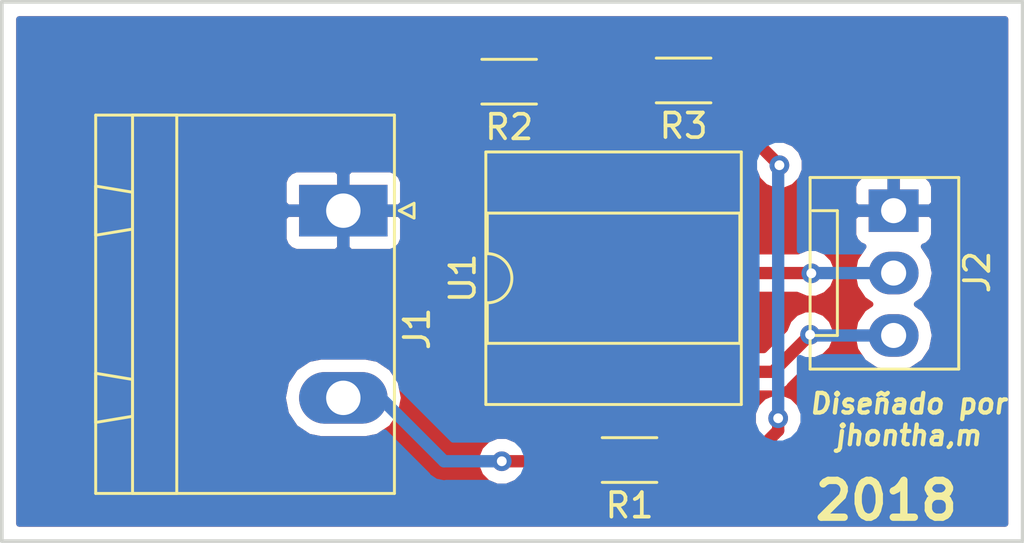
<source format=kicad_pcb>
(kicad_pcb (version 20171130) (host pcbnew "(5.0.0)")

  (general
    (thickness 1.6)
    (drawings 6)
    (tracks 39)
    (zones 0)
    (modules 6)
    (nets 10)
  )

  (page A4)
  (title_block
    (title "Amplificador de corriente")
    (date 2018-10-04)
    (rev 1.0)
    (company jhontham)
  )

  (layers
    (0 F.Cu signal)
    (31 B.Cu signal)
    (32 B.Adhes user)
    (33 F.Adhes user)
    (34 B.Paste user)
    (35 F.Paste user)
    (36 B.SilkS user)
    (37 F.SilkS user)
    (38 B.Mask user)
    (39 F.Mask user)
    (40 Dwgs.User user)
    (41 Cmts.User user)
    (42 Eco1.User user)
    (43 Eco2.User user)
    (44 Edge.Cuts user)
    (45 Margin user)
    (46 B.CrtYd user)
    (47 F.CrtYd user)
    (48 B.Fab user)
    (49 F.Fab user)
  )

  (setup
    (last_trace_width 0.25)
    (user_trace_width 0.3)
    (user_trace_width 0.4)
    (user_trace_width 0.5)
    (trace_clearance 0.2)
    (zone_clearance 0.508)
    (zone_45_only no)
    (trace_min 0.2)
    (segment_width 0.2)
    (edge_width 0.15)
    (via_size 0.8)
    (via_drill 0.4)
    (via_min_size 0.4)
    (via_min_drill 0.3)
    (uvia_size 0.3)
    (uvia_drill 0.1)
    (uvias_allowed no)
    (uvia_min_size 0.2)
    (uvia_min_drill 0.1)
    (pcb_text_width 0.3)
    (pcb_text_size 1.5 1.5)
    (mod_edge_width 0.15)
    (mod_text_size 1 1)
    (mod_text_width 0.15)
    (pad_size 1.524 1.524)
    (pad_drill 0.762)
    (pad_to_mask_clearance 0.2)
    (aux_axis_origin 0 0)
    (visible_elements 7FFFFFFF)
    (pcbplotparams
      (layerselection 0x010fc_ffffffff)
      (usegerberextensions true)
      (usegerberattributes true)
      (usegerberadvancedattributes false)
      (creategerberjobfile false)
      (excludeedgelayer true)
      (linewidth 0.100000)
      (plotframeref false)
      (viasonmask false)
      (mode 1)
      (useauxorigin false)
      (hpglpennumber 1)
      (hpglpenspeed 20)
      (hpglpendiameter 15.000000)
      (psnegative false)
      (psa4output false)
      (plotreference false)
      (plotvalue false)
      (plotinvisibletext true)
      (padsonsilk true)
      (subtractmaskfromsilk true)
      (outputformat 1)
      (mirror false)
      (drillshape 0)
      (scaleselection 1)
      (outputdirectory "gerber"))
  )

  (net 0 "")
  (net 1 GND)
  (net 2 "Net-(J1-Pad2)")
  (net 3 +12V)
  (net 4 -12V)
  (net 5 "Net-(R1-Pad1)")
  (net 6 "Net-(R2-Pad2)")
  (net 7 "Net-(U1-Pad1)")
  (net 8 "Net-(U1-Pad5)")
  (net 9 "Net-(U1-Pad8)")

  (net_class Default "Esta es la clase de red por defecto."
    (clearance 0.2)
    (trace_width 0.25)
    (via_dia 0.8)
    (via_drill 0.4)
    (uvia_dia 0.3)
    (uvia_drill 0.1)
    (add_net +12V)
    (add_net -12V)
    (add_net GND)
    (add_net "Net-(J1-Pad2)")
    (add_net "Net-(R1-Pad1)")
    (add_net "Net-(R2-Pad2)")
    (add_net "Net-(U1-Pad1)")
    (add_net "Net-(U1-Pad5)")
    (add_net "Net-(U1-Pad8)")
  )

  (module Connector_Phoenix_GMSTB:PhoenixContact_GMSTBA_2,5_2-G-7,62_1x02_P7.62mm_Horizontal (layer F.Cu) (tedit 5A00FA1F) (tstamp 5BC298E8)
    (at 116.9 92.15 270)
    (descr "Generic Phoenix Contact connector footprint for: GMSTBA_2,5/2-G-7,62; number of pins: 02; pin pitch: 7.62mm; Angled || order number: 1766233 12A 630V")
    (tags "phoenix_contact connector GMSTBA_01x02_G_7.62mm")
    (path /5BB64B0D)
    (fp_text reference J1 (at 4.81 -3 270) (layer F.SilkS)
      (effects (font (size 1 1) (thickness 0.15)))
    )
    (fp_text value Conn_01x02_Female (at 3.81 11 270) (layer F.Fab)
      (effects (font (size 1 1) (thickness 0.15)))
    )
    (fp_line (start -3.89 -2.08) (end -3.89 10.08) (layer F.SilkS) (width 0.12))
    (fp_line (start -3.89 10.08) (end 11.51 10.08) (layer F.SilkS) (width 0.12))
    (fp_line (start 11.51 10.08) (end 11.51 -2.08) (layer F.SilkS) (width 0.12))
    (fp_line (start 11.51 -2.08) (end -3.89 -2.08) (layer F.SilkS) (width 0.12))
    (fp_line (start -3.81 -2) (end -3.81 10) (layer F.Fab) (width 0.1))
    (fp_line (start -3.81 10) (end 11.43 10) (layer F.Fab) (width 0.1))
    (fp_line (start 11.43 10) (end 11.43 -2) (layer F.Fab) (width 0.1))
    (fp_line (start 11.43 -2) (end -3.81 -2) (layer F.Fab) (width 0.1))
    (fp_line (start -3.89 8.58) (end -3.89 6.78) (layer F.SilkS) (width 0.12))
    (fp_line (start -3.89 6.78) (end 11.51 6.78) (layer F.SilkS) (width 0.12))
    (fp_line (start 11.51 6.78) (end 11.51 8.58) (layer F.SilkS) (width 0.12))
    (fp_line (start 11.51 8.58) (end -3.89 8.58) (layer F.SilkS) (width 0.12))
    (fp_line (start -1 10.08) (end 1 10.08) (layer F.SilkS) (width 0.12))
    (fp_line (start 1 10.08) (end 0.75 8.58) (layer F.SilkS) (width 0.12))
    (fp_line (start 0.75 8.58) (end -0.75 8.58) (layer F.SilkS) (width 0.12))
    (fp_line (start -0.75 8.58) (end -1 10.08) (layer F.SilkS) (width 0.12))
    (fp_line (start 6.62 10.08) (end 8.62 10.08) (layer F.SilkS) (width 0.12))
    (fp_line (start 8.62 10.08) (end 8.37 8.58) (layer F.SilkS) (width 0.12))
    (fp_line (start 8.37 8.58) (end 6.87 8.58) (layer F.SilkS) (width 0.12))
    (fp_line (start 6.87 8.58) (end 6.62 10.08) (layer F.SilkS) (width 0.12))
    (fp_line (start -4.31 -2.5) (end -4.31 10.5) (layer F.CrtYd) (width 0.05))
    (fp_line (start -4.31 10.5) (end 11.93 10.5) (layer F.CrtYd) (width 0.05))
    (fp_line (start 11.93 10.5) (end 11.93 -2.5) (layer F.CrtYd) (width 0.05))
    (fp_line (start 11.93 -2.5) (end -4.31 -2.5) (layer F.CrtYd) (width 0.05))
    (fp_line (start 0.3 -2.88) (end 0 -2.28) (layer F.SilkS) (width 0.12))
    (fp_line (start 0 -2.28) (end -0.3 -2.88) (layer F.SilkS) (width 0.12))
    (fp_line (start -0.3 -2.88) (end 0.3 -2.88) (layer F.SilkS) (width 0.12))
    (fp_line (start 0.95 -2) (end 0 -0.5) (layer F.Fab) (width 0.1))
    (fp_line (start 0 -0.5) (end -0.95 -2) (layer F.Fab) (width 0.1))
    (fp_text user %R (at 4.81 3 270) (layer F.Fab)
      (effects (font (size 1 1) (thickness 0.15)))
    )
    (pad 1 thru_hole rect (at 0 0 270) (size 2.1 3.6) (drill 1.4) (layers *.Cu *.Mask)
      (net 1 GND))
    (pad 2 thru_hole oval (at 7.62 0 270) (size 2.1 3.6) (drill 1.4) (layers *.Cu *.Mask)
      (net 2 "Net-(J1-Pad2)"))
    (model ${KISYS3DMOD}/Connector_Phoenix_GMSTB.3dshapes/PhoenixContact_GMSTBA_2,5_2-G-7,62_1x02_P7.62mm_Horizontal.wrl
      (at (xyz 0 0 0))
      (scale (xyz 1 1 1))
      (rotate (xyz 0 0 0))
    )
  )

  (module Connector:FanPinHeader_1x03_P2.54mm_Vertical (layer F.Cu) (tedit 5A19DCDF) (tstamp 5BC29902)
    (at 139.3 92.15 270)
    (descr "3-pin CPU fan Through hole pin header, see http://www.formfactors.org/developer%5Cspecs%5Crev1_2_public.pdf")
    (tags "pin header 3-pin CPU fan")
    (path /5BB6549D)
    (fp_text reference J2 (at 2.5 -3.4 270) (layer F.SilkS)
      (effects (font (size 1 1) (thickness 0.15)))
    )
    (fp_text value Conn_01x03_Female (at 2.55 4.5 270) (layer F.Fab)
      (effects (font (size 1 1) (thickness 0.15)))
    )
    (fp_text user %R (at 2.45 1.734999 270) (layer F.Fab)
      (effects (font (size 1 1) (thickness 0.15)))
    )
    (fp_line (start -1.35 3.4) (end -1.35 -2.65) (layer F.SilkS) (width 0.12))
    (fp_line (start -1.35 -2.65) (end 6.45 -2.65) (layer F.SilkS) (width 0.12))
    (fp_line (start 6.45 -2.65) (end 6.45 3.4) (layer F.SilkS) (width 0.12))
    (fp_line (start 6.45 3.4) (end -1.35 3.4) (layer F.SilkS) (width 0.12))
    (fp_line (start 5.05 3.3) (end 5.05 2.3) (layer F.Fab) (width 0.1))
    (fp_line (start 5.05 2.3) (end 0 2.3) (layer F.Fab) (width 0.1))
    (fp_line (start 0 2.3) (end 0 3.3) (layer F.Fab) (width 0.1))
    (fp_line (start -1.25 3.3) (end -1.25 -2.55) (layer F.Fab) (width 0.1))
    (fp_line (start -1.25 -2.55) (end 6.35 -2.55) (layer F.Fab) (width 0.1))
    (fp_line (start 6.35 -2.55) (end 6.35 3.3) (layer F.Fab) (width 0.1))
    (fp_line (start 6.35 3.3) (end -1.25 3.3) (layer F.Fab) (width 0.1))
    (fp_line (start 0 3.3) (end 0 2.29) (layer F.SilkS) (width 0.12))
    (fp_line (start 0 2.29) (end 5.08 2.29) (layer F.SilkS) (width 0.12))
    (fp_line (start 5.08 2.29) (end 5.08 3.3) (layer F.SilkS) (width 0.12))
    (fp_line (start -1.75 3.8) (end -1.75 -3.05) (layer F.CrtYd) (width 0.05))
    (fp_line (start -1.75 3.8) (end 6.85 3.8) (layer F.CrtYd) (width 0.05))
    (fp_line (start 6.85 -3.05) (end -1.75 -3.05) (layer F.CrtYd) (width 0.05))
    (fp_line (start 6.85 -3.05) (end 6.85 3.8) (layer F.CrtYd) (width 0.05))
    (pad 1 thru_hole rect (at 0 0) (size 2.03 1.73) (drill 1.02) (layers *.Cu *.Mask)
      (net 1 GND))
    (pad 2 thru_hole oval (at 2.54 0) (size 2.03 1.73) (drill 1.02) (layers *.Cu *.Mask)
      (net 3 +12V))
    (pad 3 thru_hole oval (at 5.08 0) (size 2.03 1.73) (drill 1.02) (layers *.Cu *.Mask)
      (net 4 -12V))
    (model ${KISYS3DMOD}/Connector.3dshapes/FanPinHeader_1x03_P2.54mm_Vertical.wrl
      (at (xyz 0 0 0))
      (scale (xyz 1 1 1))
      (rotate (xyz 0 0 0))
    )
  )

  (module Resistor_SMD:R_1806_4516Metric (layer F.Cu) (tedit 5B301BBD) (tstamp 5BC29913)
    (at 128.55 102.3 180)
    (descr "Resistor SMD 1806 (4516 Metric), square (rectangular) end terminal, IPC_7351 nominal, (Body size source: https://www.modelithics.com/models/Vendor/MuRata/BLM41P.pdf), generated with kicad-footprint-generator")
    (tags resistor)
    (path /5BB64B5D)
    (attr smd)
    (fp_text reference R1 (at 0 -1.85 180) (layer F.SilkS)
      (effects (font (size 1 1) (thickness 0.15)))
    )
    (fp_text value 2k (at 0 1.85 180) (layer F.Fab)
      (effects (font (size 1 1) (thickness 0.15)))
    )
    (fp_line (start -2.25 0.8) (end -2.25 -0.8) (layer F.Fab) (width 0.1))
    (fp_line (start -2.25 -0.8) (end 2.25 -0.8) (layer F.Fab) (width 0.1))
    (fp_line (start 2.25 -0.8) (end 2.25 0.8) (layer F.Fab) (width 0.1))
    (fp_line (start 2.25 0.8) (end -2.25 0.8) (layer F.Fab) (width 0.1))
    (fp_line (start -1.111252 -0.91) (end 1.111252 -0.91) (layer F.SilkS) (width 0.12))
    (fp_line (start -1.111252 0.91) (end 1.111252 0.91) (layer F.SilkS) (width 0.12))
    (fp_line (start -2.95 1.15) (end -2.95 -1.15) (layer F.CrtYd) (width 0.05))
    (fp_line (start -2.95 -1.15) (end 2.95 -1.15) (layer F.CrtYd) (width 0.05))
    (fp_line (start 2.95 -1.15) (end 2.95 1.15) (layer F.CrtYd) (width 0.05))
    (fp_line (start 2.95 1.15) (end -2.95 1.15) (layer F.CrtYd) (width 0.05))
    (fp_text user %R (at 0 0 180) (layer F.Fab)
      (effects (font (size 1 1) (thickness 0.15)))
    )
    (pad 1 smd roundrect (at -2 0 180) (size 1.4 1.8) (layers F.Cu F.Paste F.Mask) (roundrect_rratio 0.178571)
      (net 5 "Net-(R1-Pad1)"))
    (pad 2 smd roundrect (at 2 0 180) (size 1.4 1.8) (layers F.Cu F.Paste F.Mask) (roundrect_rratio 0.178571)
      (net 2 "Net-(J1-Pad2)"))
    (model ${KISYS3DMOD}/Resistor_SMD.3dshapes/R_1806_4516Metric.wrl
      (at (xyz 0 0 0))
      (scale (xyz 1 1 1))
      (rotate (xyz 0 0 0))
    )
  )

  (module Resistor_SMD:R_1806_4516Metric (layer F.Cu) (tedit 5B301BBD) (tstamp 5BC29924)
    (at 123.65 86.9 180)
    (descr "Resistor SMD 1806 (4516 Metric), square (rectangular) end terminal, IPC_7351 nominal, (Body size source: https://www.modelithics.com/models/Vendor/MuRata/BLM41P.pdf), generated with kicad-footprint-generator")
    (tags resistor)
    (path /5BB64D8E)
    (attr smd)
    (fp_text reference R2 (at 0 -1.85 180) (layer F.SilkS)
      (effects (font (size 1 1) (thickness 0.15)))
    )
    (fp_text value 100 (at 0 1.85 180) (layer F.Fab)
      (effects (font (size 1 1) (thickness 0.15)))
    )
    (fp_text user %R (at 0 0 180) (layer F.Fab)
      (effects (font (size 1 1) (thickness 0.15)))
    )
    (fp_line (start 2.95 1.15) (end -2.95 1.15) (layer F.CrtYd) (width 0.05))
    (fp_line (start 2.95 -1.15) (end 2.95 1.15) (layer F.CrtYd) (width 0.05))
    (fp_line (start -2.95 -1.15) (end 2.95 -1.15) (layer F.CrtYd) (width 0.05))
    (fp_line (start -2.95 1.15) (end -2.95 -1.15) (layer F.CrtYd) (width 0.05))
    (fp_line (start -1.111252 0.91) (end 1.111252 0.91) (layer F.SilkS) (width 0.12))
    (fp_line (start -1.111252 -0.91) (end 1.111252 -0.91) (layer F.SilkS) (width 0.12))
    (fp_line (start 2.25 0.8) (end -2.25 0.8) (layer F.Fab) (width 0.1))
    (fp_line (start 2.25 -0.8) (end 2.25 0.8) (layer F.Fab) (width 0.1))
    (fp_line (start -2.25 -0.8) (end 2.25 -0.8) (layer F.Fab) (width 0.1))
    (fp_line (start -2.25 0.8) (end -2.25 -0.8) (layer F.Fab) (width 0.1))
    (pad 2 smd roundrect (at 2 0 180) (size 1.4 1.8) (layers F.Cu F.Paste F.Mask) (roundrect_rratio 0.178571)
      (net 6 "Net-(R2-Pad2)"))
    (pad 1 smd roundrect (at -2 0 180) (size 1.4 1.8) (layers F.Cu F.Paste F.Mask) (roundrect_rratio 0.178571)
      (net 5 "Net-(R1-Pad1)"))
    (model ${KISYS3DMOD}/Resistor_SMD.3dshapes/R_1806_4516Metric.wrl
      (at (xyz 0 0 0))
      (scale (xyz 1 1 1))
      (rotate (xyz 0 0 0))
    )
  )

  (module Resistor_SMD:R_1806_4516Metric (layer F.Cu) (tedit 5B301BBD) (tstamp 5BC29935)
    (at 130.75 86.85 180)
    (descr "Resistor SMD 1806 (4516 Metric), square (rectangular) end terminal, IPC_7351 nominal, (Body size source: https://www.modelithics.com/models/Vendor/MuRata/BLM41P.pdf), generated with kicad-footprint-generator")
    (tags resistor)
    (path /5BB64E25)
    (attr smd)
    (fp_text reference R3 (at 0 -1.85 180) (layer F.SilkS)
      (effects (font (size 1 1) (thickness 0.15)))
    )
    (fp_text value 1k (at 0.25 0.25 180) (layer F.Fab)
      (effects (font (size 1 1) (thickness 0.15)))
    )
    (fp_line (start -2.25 0.8) (end -2.25 -0.8) (layer F.Fab) (width 0.1))
    (fp_line (start -2.25 -0.8) (end 2.25 -0.8) (layer F.Fab) (width 0.1))
    (fp_line (start 2.25 -0.8) (end 2.25 0.8) (layer F.Fab) (width 0.1))
    (fp_line (start 2.25 0.8) (end -2.25 0.8) (layer F.Fab) (width 0.1))
    (fp_line (start -1.111252 -0.91) (end 1.111252 -0.91) (layer F.SilkS) (width 0.12))
    (fp_line (start -1.111252 0.91) (end 1.111252 0.91) (layer F.SilkS) (width 0.12))
    (fp_line (start -2.95 1.15) (end -2.95 -1.15) (layer F.CrtYd) (width 0.05))
    (fp_line (start -2.95 -1.15) (end 2.95 -1.15) (layer F.CrtYd) (width 0.05))
    (fp_line (start 2.95 -1.15) (end 2.95 1.15) (layer F.CrtYd) (width 0.05))
    (fp_line (start 2.95 1.15) (end -2.95 1.15) (layer F.CrtYd) (width 0.05))
    (fp_text user %R (at -0.35 -0.1 180) (layer F.Fab)
      (effects (font (size 1 1) (thickness 0.15)))
    )
    (pad 1 smd roundrect (at -2 0 180) (size 1.4 1.8) (layers F.Cu F.Paste F.Mask) (roundrect_rratio 0.178571)
      (net 1 GND))
    (pad 2 smd roundrect (at 2 0 180) (size 1.4 1.8) (layers F.Cu F.Paste F.Mask) (roundrect_rratio 0.178571)
      (net 5 "Net-(R1-Pad1)"))
    (model ${KISYS3DMOD}/Resistor_SMD.3dshapes/R_1806_4516Metric.wrl
      (at (xyz 0 0 0))
      (scale (xyz 1 1 1))
      (rotate (xyz 0 0 0))
    )
  )

  (module Package_DIP:DIP-8_W7.62mm_SMDSocket_SmallPads (layer F.Cu) (tedit 5A02E8C5) (tstamp 5BC29959)
    (at 127.9 94.9 90)
    (descr "8-lead though-hole mounted DIP package, row spacing 7.62 mm (300 mils), SMDSocket, SmallPads")
    (tags "THT DIP DIL PDIP 2.54mm 7.62mm 300mil SMDSocket SmallPads")
    (path /5BB649EF)
    (attr smd)
    (fp_text reference U1 (at 0 -6.14 90) (layer F.SilkS)
      (effects (font (size 1 1) (thickness 0.15)))
    )
    (fp_text value LM741 (at 0 6.14 90) (layer F.Fab)
      (effects (font (size 1 1) (thickness 0.15)))
    )
    (fp_arc (start 0 -5.14) (end -1 -5.14) (angle -180) (layer F.SilkS) (width 0.12))
    (fp_line (start -2.175 -5.08) (end 3.175 -5.08) (layer F.Fab) (width 0.1))
    (fp_line (start 3.175 -5.08) (end 3.175 5.08) (layer F.Fab) (width 0.1))
    (fp_line (start 3.175 5.08) (end -3.175 5.08) (layer F.Fab) (width 0.1))
    (fp_line (start -3.175 5.08) (end -3.175 -4.08) (layer F.Fab) (width 0.1))
    (fp_line (start -3.175 -4.08) (end -2.175 -5.08) (layer F.Fab) (width 0.1))
    (fp_line (start -5.08 -5.14) (end -5.08 5.14) (layer F.Fab) (width 0.1))
    (fp_line (start -5.08 5.14) (end 5.08 5.14) (layer F.Fab) (width 0.1))
    (fp_line (start 5.08 5.14) (end 5.08 -5.14) (layer F.Fab) (width 0.1))
    (fp_line (start 5.08 -5.14) (end -5.08 -5.14) (layer F.Fab) (width 0.1))
    (fp_line (start -1 -5.14) (end -2.65 -5.14) (layer F.SilkS) (width 0.12))
    (fp_line (start -2.65 -5.14) (end -2.65 5.14) (layer F.SilkS) (width 0.12))
    (fp_line (start -2.65 5.14) (end 2.65 5.14) (layer F.SilkS) (width 0.12))
    (fp_line (start 2.65 5.14) (end 2.65 -5.14) (layer F.SilkS) (width 0.12))
    (fp_line (start 2.65 -5.14) (end 1 -5.14) (layer F.SilkS) (width 0.12))
    (fp_line (start -5.14 -5.2) (end -5.14 5.2) (layer F.SilkS) (width 0.12))
    (fp_line (start -5.14 5.2) (end 5.14 5.2) (layer F.SilkS) (width 0.12))
    (fp_line (start 5.14 5.2) (end 5.14 -5.2) (layer F.SilkS) (width 0.12))
    (fp_line (start 5.14 -5.2) (end -5.14 -5.2) (layer F.SilkS) (width 0.12))
    (fp_line (start -5.35 -5.4) (end -5.35 5.4) (layer F.CrtYd) (width 0.05))
    (fp_line (start -5.35 5.4) (end 5.35 5.4) (layer F.CrtYd) (width 0.05))
    (fp_line (start 5.35 5.4) (end 5.35 -5.4) (layer F.CrtYd) (width 0.05))
    (fp_line (start 5.35 -5.4) (end -5.35 -5.4) (layer F.CrtYd) (width 0.05))
    (fp_text user %R (at 0 0 90) (layer F.Fab)
      (effects (font (size 1 1) (thickness 0.15)))
    )
    (pad 1 smd rect (at -3.81 -3.81 90) (size 1.6 1.6) (layers F.Cu F.Paste F.Mask)
      (net 7 "Net-(U1-Pad1)"))
    (pad 5 smd rect (at 3.81 3.81 90) (size 1.6 1.6) (layers F.Cu F.Paste F.Mask)
      (net 8 "Net-(U1-Pad5)"))
    (pad 2 smd rect (at -3.81 -1.27 90) (size 1.6 1.6) (layers F.Cu F.Paste F.Mask)
      (net 2 "Net-(J1-Pad2)"))
    (pad 6 smd rect (at 3.81 1.27 90) (size 1.6 1.6) (layers F.Cu F.Paste F.Mask)
      (net 6 "Net-(R2-Pad2)"))
    (pad 3 smd rect (at -3.81 1.27 90) (size 1.6 1.6) (layers F.Cu F.Paste F.Mask)
      (net 1 GND))
    (pad 7 smd rect (at 3.81 -1.27 90) (size 1.6 1.6) (layers F.Cu F.Paste F.Mask)
      (net 3 +12V))
    (pad 4 smd rect (at -3.81 3.81 90) (size 1.6 1.6) (layers F.Cu F.Paste F.Mask)
      (net 4 -12V))
    (pad 8 smd rect (at 3.81 -3.81 90) (size 1.6 1.6) (layers F.Cu F.Paste F.Mask)
      (net 9 "Net-(U1-Pad8)"))
    (model ${KISYS3DMOD}/Package_DIP.3dshapes/DIP-8_W7.62mm_SMDSocket.wrl
      (at (xyz 0 0 0))
      (scale (xyz 1 1 1))
      (rotate (xyz 0 0 0))
    )
  )

  (gr_text 2018 (at 139 103.95) (layer F.SilkS)
    (effects (font (size 1.5 1.5) (thickness 0.3)))
  )
  (gr_text "Diseñado por\njhontha,m" (at 139.9 100.65) (layer F.SilkS)
    (effects (font (size 0.8 0.8) (thickness 0.175) italic))
  )
  (gr_line (start 103 83.65) (end 103 105.6) (layer Edge.Cuts) (width 0.15))
  (gr_line (start 144.55 83.65) (end 103 83.65) (layer Edge.Cuts) (width 0.15))
  (gr_line (start 144.55 105.6) (end 144.55 83.65) (layer Edge.Cuts) (width 0.15))
  (gr_line (start 103 105.6) (end 144.55 105.6) (layer Edge.Cuts) (width 0.15))

  (segment (start 126.63 102.22) (end 126.55 102.3) (width 0.5) (layer F.Cu) (net 2))
  (segment (start 126.63 98.71) (end 126.63 102.22) (width 0.5) (layer F.Cu) (net 2))
  (segment (start 116.9 99.77) (end 118.42 99.77) (width 0.5) (layer B.Cu) (net 2))
  (via (at 123.35 102.35) (size 0.8) (drill 0.4) (layers F.Cu B.Cu) (net 2))
  (segment (start 118.42 99.77) (end 121 102.35) (width 0.5) (layer B.Cu) (net 2))
  (segment (start 121 102.35) (end 123.35 102.35) (width 0.5) (layer B.Cu) (net 2))
  (segment (start 126.5 102.35) (end 126.55 102.3) (width 0.5) (layer F.Cu) (net 2))
  (segment (start 123.35 102.35) (end 126.5 102.35) (width 0.5) (layer F.Cu) (net 2))
  (segment (start 126.63 91.09) (end 126.63 92.18) (width 0.5) (layer F.Cu) (net 3))
  (segment (start 126.63 92.18) (end 129.14 94.69) (width 0.5) (layer F.Cu) (net 3))
  (via (at 135.95 94.7) (size 0.8) (drill 0.4) (layers F.Cu B.Cu) (net 3))
  (segment (start 139.3 94.69) (end 135.96 94.69) (width 0.5) (layer B.Cu) (net 3))
  (segment (start 135.96 94.69) (end 135.95 94.7) (width 0.5) (layer B.Cu) (net 3))
  (segment (start 135.94 94.69) (end 129.14 94.69) (width 0.5) (layer F.Cu) (net 3))
  (segment (start 135.95 94.7) (end 135.94 94.69) (width 0.5) (layer F.Cu) (net 3))
  (via (at 135.9 97.2) (size 0.8) (drill 0.4) (layers F.Cu B.Cu) (net 4))
  (segment (start 139.3 97.23) (end 135.93 97.23) (width 0.5) (layer B.Cu) (net 4))
  (segment (start 135.93 97.23) (end 135.9 97.2) (width 0.5) (layer B.Cu) (net 4))
  (segment (start 134.39 98.71) (end 131.71 98.71) (width 0.5) (layer F.Cu) (net 4))
  (segment (start 135.9 97.2) (end 134.39 98.71) (width 0.5) (layer F.Cu) (net 4))
  (segment (start 125.7 86.85) (end 125.65 86.9) (width 0.5) (layer F.Cu) (net 5))
  (segment (start 128.75 86.85) (end 125.7 86.85) (width 0.5) (layer F.Cu) (net 5))
  (segment (start 130.55 102.3) (end 133.4 102.3) (width 0.5) (layer F.Cu) (net 5))
  (via (at 134.6 100.6) (size 0.8) (drill 0.4) (layers F.Cu B.Cu) (net 5))
  (segment (start 133.4 102.3) (end 134.6 101.1) (width 0.5) (layer F.Cu) (net 5))
  (segment (start 134.6 101.1) (end 134.6 100.6) (width 0.5) (layer F.Cu) (net 5))
  (via (at 134.65 90.3) (size 0.8) (drill 0.4) (layers F.Cu B.Cu) (net 5))
  (segment (start 134.6 100.6) (end 134.6 90.35) (width 0.5) (layer B.Cu) (net 5))
  (segment (start 134.6 90.35) (end 134.65 90.3) (width 0.5) (layer B.Cu) (net 5))
  (segment (start 134.65 90.3) (end 133.35 89) (width 0.5) (layer F.Cu) (net 5))
  (segment (start 133.35 89) (end 131.15 89) (width 0.5) (layer F.Cu) (net 5))
  (segment (start 129 86.85) (end 128.75 86.85) (width 0.5) (layer F.Cu) (net 5))
  (segment (start 131.15 89) (end 129 86.85) (width 0.5) (layer F.Cu) (net 5))
  (segment (start 129.17 91.09) (end 129.17 90.22) (width 0.5) (layer F.Cu) (net 6))
  (segment (start 129.17 91.09) (end 129.17 89.27) (width 0.5) (layer F.Cu) (net 6))
  (segment (start 129.17 89.27) (end 128.85 88.95) (width 0.5) (layer F.Cu) (net 6))
  (segment (start 128.85 88.95) (end 122.15 88.95) (width 0.5) (layer F.Cu) (net 6))
  (segment (start 121.65 88.45) (end 121.65 86.9) (width 0.5) (layer F.Cu) (net 6))
  (segment (start 122.15 88.95) (end 121.65 88.45) (width 0.5) (layer F.Cu) (net 6))

  (zone (net 1) (net_name GND) (layer F.Cu) (tstamp 5BB65C7A) (hatch edge 0.508)
    (connect_pads (clearance 0.508))
    (min_thickness 0.254)
    (fill yes (arc_segments 16) (thermal_gap 0.508) (thermal_bridge_width 0.508))
    (polygon
      (pts
        (xy 103 83.65) (xy 144.55 83.65) (xy 144.55 105.6) (xy 103 105.6)
      )
    )
    (filled_polygon
      (pts
        (xy 143.84 104.89) (xy 103.71 104.89) (xy 103.71 102.144126) (xy 122.315 102.144126) (xy 122.315 102.555874)
        (xy 122.472569 102.93628) (xy 122.76372 103.227431) (xy 123.144126 103.385) (xy 123.555874 103.385) (xy 123.918007 103.235)
        (xy 125.259249 103.235) (xy 125.270873 103.293436) (xy 125.465414 103.584586) (xy 125.756564 103.779127) (xy 126.099999 103.84744)
        (xy 127.000001 103.84744) (xy 127.343436 103.779127) (xy 127.634586 103.584586) (xy 127.829127 103.293436) (xy 127.89744 102.950001)
        (xy 127.89744 101.649999) (xy 129.20256 101.649999) (xy 129.20256 102.950001) (xy 129.270873 103.293436) (xy 129.465414 103.584586)
        (xy 129.756564 103.779127) (xy 130.099999 103.84744) (xy 131.000001 103.84744) (xy 131.343436 103.779127) (xy 131.634586 103.584586)
        (xy 131.829127 103.293436) (xy 131.850696 103.185) (xy 133.312839 103.185) (xy 133.4 103.202337) (xy 133.487161 103.185)
        (xy 133.487165 103.185) (xy 133.74531 103.133652) (xy 134.038049 102.938049) (xy 134.087425 102.864153) (xy 135.164156 101.787423)
        (xy 135.238049 101.738049) (xy 135.288897 101.661951) (xy 135.433651 101.445311) (xy 135.433652 101.44531) (xy 135.485 101.187165)
        (xy 135.485 101.187161) (xy 135.49233 101.150311) (xy 135.635 100.805874) (xy 135.635 100.394126) (xy 135.477431 100.01372)
        (xy 135.18628 99.722569) (xy 134.805874 99.565) (xy 134.627986 99.565) (xy 134.73531 99.543652) (xy 135.028049 99.348049)
        (xy 135.077425 99.274153) (xy 136.124148 98.227431) (xy 136.48628 98.077431) (xy 136.777431 97.78628) (xy 136.935 97.405874)
        (xy 136.935 96.994126) (xy 136.777431 96.61372) (xy 136.48628 96.322569) (xy 136.105874 96.165) (xy 135.694126 96.165)
        (xy 135.31372 96.322569) (xy 135.022569 96.61372) (xy 134.872569 96.975852) (xy 134.023422 97.825) (xy 133.140533 97.825)
        (xy 133.108157 97.662235) (xy 132.967809 97.452191) (xy 132.757765 97.311843) (xy 132.51 97.26256) (xy 130.91 97.26256)
        (xy 130.662235 97.311843) (xy 130.452191 97.452191) (xy 130.435378 97.477353) (xy 130.329699 97.371673) (xy 130.09631 97.275)
        (xy 129.45575 97.275) (xy 129.297 97.43375) (xy 129.297 98.583) (xy 129.317 98.583) (xy 129.317 98.837)
        (xy 129.297 98.837) (xy 129.297 99.98625) (xy 129.45575 100.145) (xy 130.09631 100.145) (xy 130.329699 100.048327)
        (xy 130.435378 99.942647) (xy 130.452191 99.967809) (xy 130.662235 100.108157) (xy 130.91 100.15744) (xy 132.51 100.15744)
        (xy 132.757765 100.108157) (xy 132.967809 99.967809) (xy 133.108157 99.757765) (xy 133.140533 99.595) (xy 134.302839 99.595)
        (xy 134.315581 99.597534) (xy 134.01372 99.722569) (xy 133.722569 100.01372) (xy 133.565 100.394126) (xy 133.565 100.805874)
        (xy 133.587713 100.860708) (xy 133.033422 101.415) (xy 131.850696 101.415) (xy 131.829127 101.306564) (xy 131.634586 101.015414)
        (xy 131.343436 100.820873) (xy 131.000001 100.75256) (xy 130.099999 100.75256) (xy 129.756564 100.820873) (xy 129.465414 101.015414)
        (xy 129.270873 101.306564) (xy 129.20256 101.649999) (xy 127.89744 101.649999) (xy 127.829127 101.306564) (xy 127.634586 101.015414)
        (xy 127.515 100.935509) (xy 127.515 100.140533) (xy 127.677765 100.108157) (xy 127.887809 99.967809) (xy 127.904622 99.942647)
        (xy 128.010301 100.048327) (xy 128.24369 100.145) (xy 128.88425 100.145) (xy 129.043 99.98625) (xy 129.043 98.837)
        (xy 129.023 98.837) (xy 129.023 98.583) (xy 129.043 98.583) (xy 129.043 97.43375) (xy 128.88425 97.275)
        (xy 128.24369 97.275) (xy 128.010301 97.371673) (xy 127.904622 97.477353) (xy 127.887809 97.452191) (xy 127.677765 97.311843)
        (xy 127.43 97.26256) (xy 125.83 97.26256) (xy 125.582235 97.311843) (xy 125.372191 97.452191) (xy 125.36 97.470436)
        (xy 125.347809 97.452191) (xy 125.137765 97.311843) (xy 124.89 97.26256) (xy 123.29 97.26256) (xy 123.042235 97.311843)
        (xy 122.832191 97.452191) (xy 122.691843 97.662235) (xy 122.64256 97.91) (xy 122.64256 99.51) (xy 122.691843 99.757765)
        (xy 122.832191 99.967809) (xy 123.042235 100.108157) (xy 123.29 100.15744) (xy 124.89 100.15744) (xy 125.137765 100.108157)
        (xy 125.347809 99.967809) (xy 125.36 99.949564) (xy 125.372191 99.967809) (xy 125.582235 100.108157) (xy 125.745 100.140533)
        (xy 125.745001 100.828599) (xy 125.465414 101.015414) (xy 125.270873 101.306564) (xy 125.239358 101.465) (xy 123.918007 101.465)
        (xy 123.555874 101.315) (xy 123.144126 101.315) (xy 122.76372 101.472569) (xy 122.472569 101.76372) (xy 122.315 102.144126)
        (xy 103.71 102.144126) (xy 103.71 99.77) (xy 114.431989 99.77) (xy 114.562765 100.427454) (xy 114.935183 100.984817)
        (xy 115.492546 101.357235) (xy 115.984043 101.455) (xy 117.815957 101.455) (xy 118.307454 101.357235) (xy 118.864817 100.984817)
        (xy 119.237235 100.427454) (xy 119.368011 99.77) (xy 119.237235 99.112546) (xy 118.864817 98.555183) (xy 118.307454 98.182765)
        (xy 117.815957 98.085) (xy 115.984043 98.085) (xy 115.492546 98.182765) (xy 114.935183 98.555183) (xy 114.562765 99.112546)
        (xy 114.431989 99.77) (xy 103.71 99.77) (xy 103.71 92.43575) (xy 114.465 92.43575) (xy 114.465 93.326309)
        (xy 114.561673 93.559698) (xy 114.740301 93.738327) (xy 114.97369 93.835) (xy 116.61425 93.835) (xy 116.773 93.67625)
        (xy 116.773 92.277) (xy 117.027 92.277) (xy 117.027 93.67625) (xy 117.18575 93.835) (xy 118.82631 93.835)
        (xy 119.059699 93.738327) (xy 119.238327 93.559698) (xy 119.335 93.326309) (xy 119.335 92.43575) (xy 119.17625 92.277)
        (xy 117.027 92.277) (xy 116.773 92.277) (xy 114.62375 92.277) (xy 114.465 92.43575) (xy 103.71 92.43575)
        (xy 103.71 90.973691) (xy 114.465 90.973691) (xy 114.465 91.86425) (xy 114.62375 92.023) (xy 116.773 92.023)
        (xy 116.773 90.62375) (xy 117.027 90.62375) (xy 117.027 92.023) (xy 119.17625 92.023) (xy 119.335 91.86425)
        (xy 119.335 90.973691) (xy 119.238327 90.740302) (xy 119.059699 90.561673) (xy 118.82631 90.465) (xy 117.18575 90.465)
        (xy 117.027 90.62375) (xy 116.773 90.62375) (xy 116.61425 90.465) (xy 114.97369 90.465) (xy 114.740301 90.561673)
        (xy 114.561673 90.740302) (xy 114.465 90.973691) (xy 103.71 90.973691) (xy 103.71 86.249999) (xy 120.30256 86.249999)
        (xy 120.30256 87.550001) (xy 120.370873 87.893436) (xy 120.565414 88.184586) (xy 120.765 88.317946) (xy 120.765 88.362839)
        (xy 120.747663 88.45) (xy 120.765 88.537161) (xy 120.765 88.537164) (xy 120.816348 88.795309) (xy 121.011951 89.088049)
        (xy 121.085847 89.137425) (xy 121.462575 89.514153) (xy 121.511951 89.588049) (xy 121.80469 89.783652) (xy 122.062835 89.835)
        (xy 122.062839 89.835) (xy 122.15 89.852337) (xy 122.237161 89.835) (xy 122.830314 89.835) (xy 122.691843 90.042235)
        (xy 122.64256 90.29) (xy 122.64256 91.89) (xy 122.691843 92.137765) (xy 122.832191 92.347809) (xy 123.042235 92.488157)
        (xy 123.29 92.53744) (xy 124.89 92.53744) (xy 125.137765 92.488157) (xy 125.347809 92.347809) (xy 125.36 92.329564)
        (xy 125.372191 92.347809) (xy 125.582235 92.488157) (xy 125.800538 92.53158) (xy 125.942576 92.744154) (xy 125.942578 92.744156)
        (xy 125.991952 92.818049) (xy 126.065845 92.867423) (xy 128.452577 95.254156) (xy 128.501951 95.328049) (xy 128.575844 95.377423)
        (xy 128.575845 95.377424) (xy 128.590811 95.387424) (xy 128.79469 95.523652) (xy 129.052835 95.575) (xy 129.05284 95.575)
        (xy 129.139999 95.592337) (xy 129.227159 95.575) (xy 135.361289 95.575) (xy 135.36372 95.577431) (xy 135.744126 95.735)
        (xy 136.155874 95.735) (xy 136.53628 95.577431) (xy 136.827431 95.28628) (xy 136.985 94.905874) (xy 136.985 94.69)
        (xy 137.620614 94.69) (xy 137.737032 95.275271) (xy 138.068561 95.771439) (xy 138.350762 95.96) (xy 138.068561 96.148561)
        (xy 137.737032 96.644729) (xy 137.620614 97.23) (xy 137.737032 97.815271) (xy 138.068561 98.311439) (xy 138.564729 98.642968)
        (xy 139.002267 98.73) (xy 139.597733 98.73) (xy 140.035271 98.642968) (xy 140.531439 98.311439) (xy 140.862968 97.815271)
        (xy 140.979386 97.23) (xy 140.862968 96.644729) (xy 140.531439 96.148561) (xy 140.249238 95.96) (xy 140.531439 95.771439)
        (xy 140.862968 95.275271) (xy 140.979386 94.69) (xy 140.862968 94.104729) (xy 140.533588 93.611777) (xy 140.674698 93.553327)
        (xy 140.853327 93.374699) (xy 140.95 93.14131) (xy 140.95 92.43575) (xy 140.79125 92.277) (xy 139.427 92.277)
        (xy 139.427 92.297) (xy 139.173 92.297) (xy 139.173 92.277) (xy 137.80875 92.277) (xy 137.65 92.43575)
        (xy 137.65 93.14131) (xy 137.746673 93.374699) (xy 137.925302 93.553327) (xy 138.066412 93.611777) (xy 137.737032 94.104729)
        (xy 137.620614 94.69) (xy 136.985 94.69) (xy 136.985 94.494126) (xy 136.827431 94.11372) (xy 136.53628 93.822569)
        (xy 136.155874 93.665) (xy 135.744126 93.665) (xy 135.406135 93.805) (xy 129.506579 93.805) (xy 128.206496 92.504917)
        (xy 128.37 92.53744) (xy 129.97 92.53744) (xy 130.217765 92.488157) (xy 130.427809 92.347809) (xy 130.44 92.329564)
        (xy 130.452191 92.347809) (xy 130.662235 92.488157) (xy 130.91 92.53744) (xy 132.51 92.53744) (xy 132.757765 92.488157)
        (xy 132.967809 92.347809) (xy 133.108157 92.137765) (xy 133.15744 91.89) (xy 133.15744 90.29) (xy 133.108157 90.042235)
        (xy 133.042712 89.94429) (xy 133.622569 90.524148) (xy 133.772569 90.88628) (xy 134.06372 91.177431) (xy 134.444126 91.335)
        (xy 134.855874 91.335) (xy 135.23628 91.177431) (xy 135.255021 91.15869) (xy 137.65 91.15869) (xy 137.65 91.86425)
        (xy 137.80875 92.023) (xy 139.173 92.023) (xy 139.173 90.80875) (xy 139.427 90.80875) (xy 139.427 92.023)
        (xy 140.79125 92.023) (xy 140.95 91.86425) (xy 140.95 91.15869) (xy 140.853327 90.925301) (xy 140.674698 90.746673)
        (xy 140.441309 90.65) (xy 139.58575 90.65) (xy 139.427 90.80875) (xy 139.173 90.80875) (xy 139.01425 90.65)
        (xy 138.158691 90.65) (xy 137.925302 90.746673) (xy 137.746673 90.925301) (xy 137.65 91.15869) (xy 135.255021 91.15869)
        (xy 135.527431 90.88628) (xy 135.685 90.505874) (xy 135.685 90.094126) (xy 135.527431 89.71372) (xy 135.23628 89.422569)
        (xy 134.874148 89.272569) (xy 134.037425 88.435847) (xy 133.988049 88.361951) (xy 133.837001 88.261024) (xy 133.988327 88.109699)
        (xy 134.085 87.87631) (xy 134.085 87.13575) (xy 133.92625 86.977) (xy 132.877 86.977) (xy 132.877 86.997)
        (xy 132.623 86.997) (xy 132.623 86.977) (xy 131.57375 86.977) (xy 131.415 87.13575) (xy 131.415 87.87631)
        (xy 131.511673 88.109699) (xy 131.516974 88.115) (xy 131.516579 88.115) (xy 130.09744 86.695862) (xy 130.09744 86.199999)
        (xy 130.029127 85.856564) (xy 130.007162 85.82369) (xy 131.415 85.82369) (xy 131.415 86.56425) (xy 131.57375 86.723)
        (xy 132.623 86.723) (xy 132.623 85.47375) (xy 132.877 85.47375) (xy 132.877 86.723) (xy 133.92625 86.723)
        (xy 134.085 86.56425) (xy 134.085 85.82369) (xy 133.988327 85.590301) (xy 133.809698 85.411673) (xy 133.576309 85.315)
        (xy 133.03575 85.315) (xy 132.877 85.47375) (xy 132.623 85.47375) (xy 132.46425 85.315) (xy 131.923691 85.315)
        (xy 131.690302 85.411673) (xy 131.511673 85.590301) (xy 131.415 85.82369) (xy 130.007162 85.82369) (xy 129.834586 85.565414)
        (xy 129.543436 85.370873) (xy 129.200001 85.30256) (xy 128.299999 85.30256) (xy 127.956564 85.370873) (xy 127.665414 85.565414)
        (xy 127.470873 85.856564) (xy 127.449304 85.965) (xy 126.940751 85.965) (xy 126.929127 85.906564) (xy 126.734586 85.615414)
        (xy 126.443436 85.420873) (xy 126.100001 85.35256) (xy 125.199999 85.35256) (xy 124.856564 85.420873) (xy 124.565414 85.615414)
        (xy 124.370873 85.906564) (xy 124.30256 86.249999) (xy 124.30256 87.550001) (xy 124.370873 87.893436) (xy 124.485509 88.065)
        (xy 122.814491 88.065) (xy 122.929127 87.893436) (xy 122.99744 87.550001) (xy 122.99744 86.249999) (xy 122.929127 85.906564)
        (xy 122.734586 85.615414) (xy 122.443436 85.420873) (xy 122.100001 85.35256) (xy 121.199999 85.35256) (xy 120.856564 85.420873)
        (xy 120.565414 85.615414) (xy 120.370873 85.906564) (xy 120.30256 86.249999) (xy 103.71 86.249999) (xy 103.71 84.36)
        (xy 143.840001 84.36)
      )
    )
  )
  (zone (net 1) (net_name GND) (layer B.Cu) (tstamp 5BB65C77) (hatch edge 0.508)
    (connect_pads (clearance 0.508))
    (min_thickness 0.254)
    (fill yes (arc_segments 16) (thermal_gap 0.508) (thermal_bridge_width 0.508))
    (polygon
      (pts
        (xy 103 83.65) (xy 144.55 83.65) (xy 144.55 105.6) (xy 103 105.6)
      )
    )
    (filled_polygon
      (pts
        (xy 143.84 104.89) (xy 103.71 104.89) (xy 103.71 99.77) (xy 114.431989 99.77) (xy 114.562765 100.427454)
        (xy 114.935183 100.984817) (xy 115.492546 101.357235) (xy 115.984043 101.455) (xy 117.815957 101.455) (xy 118.307454 101.357235)
        (xy 118.576132 101.17771) (xy 120.312577 102.914156) (xy 120.361951 102.988049) (xy 120.435844 103.037423) (xy 120.435845 103.037424)
        (xy 120.65469 103.183652) (xy 120.912835 103.235) (xy 120.912839 103.235) (xy 121 103.252337) (xy 121.087161 103.235)
        (xy 122.781993 103.235) (xy 123.144126 103.385) (xy 123.555874 103.385) (xy 123.93628 103.227431) (xy 124.227431 102.93628)
        (xy 124.385 102.555874) (xy 124.385 102.144126) (xy 124.227431 101.76372) (xy 123.93628 101.472569) (xy 123.555874 101.315)
        (xy 123.144126 101.315) (xy 122.781993 101.465) (xy 121.366579 101.465) (xy 120.295705 100.394126) (xy 133.565 100.394126)
        (xy 133.565 100.805874) (xy 133.722569 101.18628) (xy 134.01372 101.477431) (xy 134.394126 101.635) (xy 134.805874 101.635)
        (xy 135.18628 101.477431) (xy 135.477431 101.18628) (xy 135.635 100.805874) (xy 135.635 100.394126) (xy 135.485 100.031993)
        (xy 135.485 98.148377) (xy 135.694126 98.235) (xy 136.105874 98.235) (xy 136.39558 98.115) (xy 137.937305 98.115)
        (xy 138.068561 98.311439) (xy 138.564729 98.642968) (xy 139.002267 98.73) (xy 139.597733 98.73) (xy 140.035271 98.642968)
        (xy 140.531439 98.311439) (xy 140.862968 97.815271) (xy 140.979386 97.23) (xy 140.862968 96.644729) (xy 140.531439 96.148561)
        (xy 140.249238 95.96) (xy 140.531439 95.771439) (xy 140.862968 95.275271) (xy 140.979386 94.69) (xy 140.862968 94.104729)
        (xy 140.533588 93.611777) (xy 140.674698 93.553327) (xy 140.853327 93.374699) (xy 140.95 93.14131) (xy 140.95 92.43575)
        (xy 140.79125 92.277) (xy 139.427 92.277) (xy 139.427 92.297) (xy 139.173 92.297) (xy 139.173 92.277)
        (xy 137.80875 92.277) (xy 137.65 92.43575) (xy 137.65 93.14131) (xy 137.746673 93.374699) (xy 137.925302 93.553327)
        (xy 138.066412 93.611777) (xy 137.937305 93.805) (xy 136.493865 93.805) (xy 136.155874 93.665) (xy 135.744126 93.665)
        (xy 135.485 93.772333) (xy 135.485 91.15869) (xy 137.65 91.15869) (xy 137.65 91.86425) (xy 137.80875 92.023)
        (xy 139.173 92.023) (xy 139.173 90.80875) (xy 139.427 90.80875) (xy 139.427 92.023) (xy 140.79125 92.023)
        (xy 140.95 91.86425) (xy 140.95 91.15869) (xy 140.853327 90.925301) (xy 140.674698 90.746673) (xy 140.441309 90.65)
        (xy 139.58575 90.65) (xy 139.427 90.80875) (xy 139.173 90.80875) (xy 139.01425 90.65) (xy 138.158691 90.65)
        (xy 137.925302 90.746673) (xy 137.746673 90.925301) (xy 137.65 91.15869) (xy 135.485 91.15869) (xy 135.485 90.928711)
        (xy 135.527431 90.88628) (xy 135.685 90.505874) (xy 135.685 90.094126) (xy 135.527431 89.71372) (xy 135.23628 89.422569)
        (xy 134.855874 89.265) (xy 134.444126 89.265) (xy 134.06372 89.422569) (xy 133.772569 89.71372) (xy 133.615 90.094126)
        (xy 133.615 90.505874) (xy 133.715001 90.747298) (xy 133.715 100.031993) (xy 133.565 100.394126) (xy 120.295705 100.394126)
        (xy 119.292634 99.391056) (xy 119.237235 99.112546) (xy 118.864817 98.555183) (xy 118.307454 98.182765) (xy 117.815957 98.085)
        (xy 115.984043 98.085) (xy 115.492546 98.182765) (xy 114.935183 98.555183) (xy 114.562765 99.112546) (xy 114.431989 99.77)
        (xy 103.71 99.77) (xy 103.71 92.43575) (xy 114.465 92.43575) (xy 114.465 93.326309) (xy 114.561673 93.559698)
        (xy 114.740301 93.738327) (xy 114.97369 93.835) (xy 116.61425 93.835) (xy 116.773 93.67625) (xy 116.773 92.277)
        (xy 117.027 92.277) (xy 117.027 93.67625) (xy 117.18575 93.835) (xy 118.82631 93.835) (xy 119.059699 93.738327)
        (xy 119.238327 93.559698) (xy 119.335 93.326309) (xy 119.335 92.43575) (xy 119.17625 92.277) (xy 117.027 92.277)
        (xy 116.773 92.277) (xy 114.62375 92.277) (xy 114.465 92.43575) (xy 103.71 92.43575) (xy 103.71 90.973691)
        (xy 114.465 90.973691) (xy 114.465 91.86425) (xy 114.62375 92.023) (xy 116.773 92.023) (xy 116.773 90.62375)
        (xy 117.027 90.62375) (xy 117.027 92.023) (xy 119.17625 92.023) (xy 119.335 91.86425) (xy 119.335 90.973691)
        (xy 119.238327 90.740302) (xy 119.059699 90.561673) (xy 118.82631 90.465) (xy 117.18575 90.465) (xy 117.027 90.62375)
        (xy 116.773 90.62375) (xy 116.61425 90.465) (xy 114.97369 90.465) (xy 114.740301 90.561673) (xy 114.561673 90.740302)
        (xy 114.465 90.973691) (xy 103.71 90.973691) (xy 103.71 84.36) (xy 143.840001 84.36)
      )
    )
  )
)

</source>
